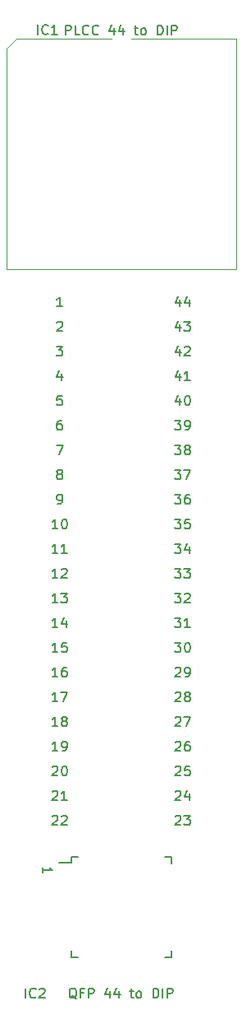
<source format=gbr>
%TF.GenerationSoftware,KiCad,Pcbnew,(6.0.4)*%
%TF.CreationDate,2022-05-05T12:14:13+01:00*%
%TF.ProjectId,LCC-QFP-44-to-DIL,4c43432d-5146-4502-9d34-342d746f2d44,rev?*%
%TF.SameCoordinates,Original*%
%TF.FileFunction,Legend,Top*%
%TF.FilePolarity,Positive*%
%FSLAX46Y46*%
G04 Gerber Fmt 4.6, Leading zero omitted, Abs format (unit mm)*
G04 Created by KiCad (PCBNEW (6.0.4)) date 2022-05-05 12:14:13*
%MOMM*%
%LPD*%
G01*
G04 APERTURE LIST*
%ADD10C,0.150000*%
%ADD11C,0.120000*%
G04 APERTURE END LIST*
D10*
X134429523Y-116022380D02*
X133858095Y-116022380D01*
X134143809Y-116022380D02*
X134143809Y-115022380D01*
X134048571Y-115165238D01*
X133953333Y-115260476D01*
X133858095Y-115308095D01*
X135048571Y-115022380D02*
X135143809Y-115022380D01*
X135239047Y-115070000D01*
X135286666Y-115117619D01*
X135334285Y-115212857D01*
X135381904Y-115403333D01*
X135381904Y-115641428D01*
X135334285Y-115831904D01*
X135286666Y-115927142D01*
X135239047Y-115974761D01*
X135143809Y-116022380D01*
X135048571Y-116022380D01*
X134953333Y-115974761D01*
X134905714Y-115927142D01*
X134858095Y-115831904D01*
X134810476Y-115641428D01*
X134810476Y-115403333D01*
X134858095Y-115212857D01*
X134905714Y-115117619D01*
X134953333Y-115070000D01*
X135048571Y-115022380D01*
X146558095Y-135437619D02*
X146605714Y-135390000D01*
X146700952Y-135342380D01*
X146939047Y-135342380D01*
X147034285Y-135390000D01*
X147081904Y-135437619D01*
X147129523Y-135532857D01*
X147129523Y-135628095D01*
X147081904Y-135770952D01*
X146510476Y-136342380D01*
X147129523Y-136342380D01*
X147462857Y-135342380D02*
X148129523Y-135342380D01*
X147700952Y-136342380D01*
X146558095Y-132897619D02*
X146605714Y-132850000D01*
X146700952Y-132802380D01*
X146939047Y-132802380D01*
X147034285Y-132850000D01*
X147081904Y-132897619D01*
X147129523Y-132992857D01*
X147129523Y-133088095D01*
X147081904Y-133230952D01*
X146510476Y-133802380D01*
X147129523Y-133802380D01*
X147700952Y-133230952D02*
X147605714Y-133183333D01*
X147558095Y-133135714D01*
X147510476Y-133040476D01*
X147510476Y-132992857D01*
X147558095Y-132897619D01*
X147605714Y-132850000D01*
X147700952Y-132802380D01*
X147891428Y-132802380D01*
X147986666Y-132850000D01*
X148034285Y-132897619D01*
X148081904Y-132992857D01*
X148081904Y-133040476D01*
X148034285Y-133135714D01*
X147986666Y-133183333D01*
X147891428Y-133230952D01*
X147700952Y-133230952D01*
X147605714Y-133278571D01*
X147558095Y-133326190D01*
X147510476Y-133421428D01*
X147510476Y-133611904D01*
X147558095Y-133707142D01*
X147605714Y-133754761D01*
X147700952Y-133802380D01*
X147891428Y-133802380D01*
X147986666Y-133754761D01*
X148034285Y-133707142D01*
X148081904Y-133611904D01*
X148081904Y-133421428D01*
X148034285Y-133326190D01*
X147986666Y-133278571D01*
X147891428Y-133230952D01*
X146558095Y-145597619D02*
X146605714Y-145550000D01*
X146700952Y-145502380D01*
X146939047Y-145502380D01*
X147034285Y-145550000D01*
X147081904Y-145597619D01*
X147129523Y-145692857D01*
X147129523Y-145788095D01*
X147081904Y-145930952D01*
X146510476Y-146502380D01*
X147129523Y-146502380D01*
X147462857Y-145502380D02*
X148081904Y-145502380D01*
X147748571Y-145883333D01*
X147891428Y-145883333D01*
X147986666Y-145930952D01*
X148034285Y-145978571D01*
X148081904Y-146073809D01*
X148081904Y-146311904D01*
X148034285Y-146407142D01*
X147986666Y-146454761D01*
X147891428Y-146502380D01*
X147605714Y-146502380D01*
X147510476Y-146454761D01*
X147462857Y-146407142D01*
X133858095Y-140517619D02*
X133905714Y-140470000D01*
X134000952Y-140422380D01*
X134239047Y-140422380D01*
X134334285Y-140470000D01*
X134381904Y-140517619D01*
X134429523Y-140612857D01*
X134429523Y-140708095D01*
X134381904Y-140850952D01*
X133810476Y-141422380D01*
X134429523Y-141422380D01*
X135048571Y-140422380D02*
X135143809Y-140422380D01*
X135239047Y-140470000D01*
X135286666Y-140517619D01*
X135334285Y-140612857D01*
X135381904Y-140803333D01*
X135381904Y-141041428D01*
X135334285Y-141231904D01*
X135286666Y-141327142D01*
X135239047Y-141374761D01*
X135143809Y-141422380D01*
X135048571Y-141422380D01*
X134953333Y-141374761D01*
X134905714Y-141327142D01*
X134858095Y-141231904D01*
X134810476Y-141041428D01*
X134810476Y-140803333D01*
X134858095Y-140612857D01*
X134905714Y-140517619D01*
X134953333Y-140470000D01*
X135048571Y-140422380D01*
X146510476Y-104862380D02*
X147129523Y-104862380D01*
X146796190Y-105243333D01*
X146939047Y-105243333D01*
X147034285Y-105290952D01*
X147081904Y-105338571D01*
X147129523Y-105433809D01*
X147129523Y-105671904D01*
X147081904Y-105767142D01*
X147034285Y-105814761D01*
X146939047Y-105862380D01*
X146653333Y-105862380D01*
X146558095Y-105814761D01*
X146510476Y-105767142D01*
X147605714Y-105862380D02*
X147796190Y-105862380D01*
X147891428Y-105814761D01*
X147939047Y-105767142D01*
X148034285Y-105624285D01*
X148081904Y-105433809D01*
X148081904Y-105052857D01*
X148034285Y-104957619D01*
X147986666Y-104910000D01*
X147891428Y-104862380D01*
X147700952Y-104862380D01*
X147605714Y-104910000D01*
X147558095Y-104957619D01*
X147510476Y-105052857D01*
X147510476Y-105290952D01*
X147558095Y-105386190D01*
X147605714Y-105433809D01*
X147700952Y-105481428D01*
X147891428Y-105481428D01*
X147986666Y-105433809D01*
X148034285Y-105386190D01*
X148081904Y-105290952D01*
X147034285Y-100115714D02*
X147034285Y-100782380D01*
X146796190Y-99734761D02*
X146558095Y-100449047D01*
X147177142Y-100449047D01*
X148081904Y-100782380D02*
X147510476Y-100782380D01*
X147796190Y-100782380D02*
X147796190Y-99782380D01*
X147700952Y-99925238D01*
X147605714Y-100020476D01*
X147510476Y-100068095D01*
X147034285Y-92495714D02*
X147034285Y-93162380D01*
X146796190Y-92114761D02*
X146558095Y-92829047D01*
X147177142Y-92829047D01*
X147986666Y-92495714D02*
X147986666Y-93162380D01*
X147748571Y-92114761D02*
X147510476Y-92829047D01*
X148129523Y-92829047D01*
X147034285Y-95035714D02*
X147034285Y-95702380D01*
X146796190Y-94654761D02*
X146558095Y-95369047D01*
X147177142Y-95369047D01*
X147462857Y-94702380D02*
X148081904Y-94702380D01*
X147748571Y-95083333D01*
X147891428Y-95083333D01*
X147986666Y-95130952D01*
X148034285Y-95178571D01*
X148081904Y-95273809D01*
X148081904Y-95511904D01*
X148034285Y-95607142D01*
X147986666Y-95654761D01*
X147891428Y-95702380D01*
X147605714Y-95702380D01*
X147510476Y-95654761D01*
X147462857Y-95607142D01*
X146558095Y-130357619D02*
X146605714Y-130310000D01*
X146700952Y-130262380D01*
X146939047Y-130262380D01*
X147034285Y-130310000D01*
X147081904Y-130357619D01*
X147129523Y-130452857D01*
X147129523Y-130548095D01*
X147081904Y-130690952D01*
X146510476Y-131262380D01*
X147129523Y-131262380D01*
X147605714Y-131262380D02*
X147796190Y-131262380D01*
X147891428Y-131214761D01*
X147939047Y-131167142D01*
X148034285Y-131024285D01*
X148081904Y-130833809D01*
X148081904Y-130452857D01*
X148034285Y-130357619D01*
X147986666Y-130310000D01*
X147891428Y-130262380D01*
X147700952Y-130262380D01*
X147605714Y-130310000D01*
X147558095Y-130357619D01*
X147510476Y-130452857D01*
X147510476Y-130690952D01*
X147558095Y-130786190D01*
X147605714Y-130833809D01*
X147700952Y-130881428D01*
X147891428Y-130881428D01*
X147986666Y-130833809D01*
X148034285Y-130786190D01*
X148081904Y-130690952D01*
X146510476Y-127722380D02*
X147129523Y-127722380D01*
X146796190Y-128103333D01*
X146939047Y-128103333D01*
X147034285Y-128150952D01*
X147081904Y-128198571D01*
X147129523Y-128293809D01*
X147129523Y-128531904D01*
X147081904Y-128627142D01*
X147034285Y-128674761D01*
X146939047Y-128722380D01*
X146653333Y-128722380D01*
X146558095Y-128674761D01*
X146510476Y-128627142D01*
X147748571Y-127722380D02*
X147843809Y-127722380D01*
X147939047Y-127770000D01*
X147986666Y-127817619D01*
X148034285Y-127912857D01*
X148081904Y-128103333D01*
X148081904Y-128341428D01*
X148034285Y-128531904D01*
X147986666Y-128627142D01*
X147939047Y-128674761D01*
X147843809Y-128722380D01*
X147748571Y-128722380D01*
X147653333Y-128674761D01*
X147605714Y-128627142D01*
X147558095Y-128531904D01*
X147510476Y-128341428D01*
X147510476Y-128103333D01*
X147558095Y-127912857D01*
X147605714Y-127817619D01*
X147653333Y-127770000D01*
X147748571Y-127722380D01*
X134334285Y-94797619D02*
X134381904Y-94750000D01*
X134477142Y-94702380D01*
X134715238Y-94702380D01*
X134810476Y-94750000D01*
X134858095Y-94797619D01*
X134905714Y-94892857D01*
X134905714Y-94988095D01*
X134858095Y-95130952D01*
X134286666Y-95702380D01*
X134905714Y-95702380D01*
X146510476Y-125182380D02*
X147129523Y-125182380D01*
X146796190Y-125563333D01*
X146939047Y-125563333D01*
X147034285Y-125610952D01*
X147081904Y-125658571D01*
X147129523Y-125753809D01*
X147129523Y-125991904D01*
X147081904Y-126087142D01*
X147034285Y-126134761D01*
X146939047Y-126182380D01*
X146653333Y-126182380D01*
X146558095Y-126134761D01*
X146510476Y-126087142D01*
X148081904Y-126182380D02*
X147510476Y-126182380D01*
X147796190Y-126182380D02*
X147796190Y-125182380D01*
X147700952Y-125325238D01*
X147605714Y-125420476D01*
X147510476Y-125468095D01*
X134905714Y-93162380D02*
X134334285Y-93162380D01*
X134620000Y-93162380D02*
X134620000Y-92162380D01*
X134524761Y-92305238D01*
X134429523Y-92400476D01*
X134334285Y-92448095D01*
X134286666Y-107402380D02*
X134953333Y-107402380D01*
X134524761Y-108402380D01*
X134429523Y-121102380D02*
X133858095Y-121102380D01*
X134143809Y-121102380D02*
X134143809Y-120102380D01*
X134048571Y-120245238D01*
X133953333Y-120340476D01*
X133858095Y-120388095D01*
X134810476Y-120197619D02*
X134858095Y-120150000D01*
X134953333Y-120102380D01*
X135191428Y-120102380D01*
X135286666Y-120150000D01*
X135334285Y-120197619D01*
X135381904Y-120292857D01*
X135381904Y-120388095D01*
X135334285Y-120530952D01*
X134762857Y-121102380D01*
X135381904Y-121102380D01*
X134429523Y-128722380D02*
X133858095Y-128722380D01*
X134143809Y-128722380D02*
X134143809Y-127722380D01*
X134048571Y-127865238D01*
X133953333Y-127960476D01*
X133858095Y-128008095D01*
X135334285Y-127722380D02*
X134858095Y-127722380D01*
X134810476Y-128198571D01*
X134858095Y-128150952D01*
X134953333Y-128103333D01*
X135191428Y-128103333D01*
X135286666Y-128150952D01*
X135334285Y-128198571D01*
X135381904Y-128293809D01*
X135381904Y-128531904D01*
X135334285Y-128627142D01*
X135286666Y-128674761D01*
X135191428Y-128722380D01*
X134953333Y-128722380D01*
X134858095Y-128674761D01*
X134810476Y-128627142D01*
X134429523Y-133802380D02*
X133858095Y-133802380D01*
X134143809Y-133802380D02*
X134143809Y-132802380D01*
X134048571Y-132945238D01*
X133953333Y-133040476D01*
X133858095Y-133088095D01*
X134762857Y-132802380D02*
X135429523Y-132802380D01*
X135000952Y-133802380D01*
X134858095Y-102322380D02*
X134381904Y-102322380D01*
X134334285Y-102798571D01*
X134381904Y-102750952D01*
X134477142Y-102703333D01*
X134715238Y-102703333D01*
X134810476Y-102750952D01*
X134858095Y-102798571D01*
X134905714Y-102893809D01*
X134905714Y-103131904D01*
X134858095Y-103227142D01*
X134810476Y-103274761D01*
X134715238Y-103322380D01*
X134477142Y-103322380D01*
X134381904Y-103274761D01*
X134334285Y-103227142D01*
X147034285Y-102655714D02*
X147034285Y-103322380D01*
X146796190Y-102274761D02*
X146558095Y-102989047D01*
X147177142Y-102989047D01*
X147748571Y-102322380D02*
X147843809Y-102322380D01*
X147939047Y-102370000D01*
X147986666Y-102417619D01*
X148034285Y-102512857D01*
X148081904Y-102703333D01*
X148081904Y-102941428D01*
X148034285Y-103131904D01*
X147986666Y-103227142D01*
X147939047Y-103274761D01*
X147843809Y-103322380D01*
X147748571Y-103322380D01*
X147653333Y-103274761D01*
X147605714Y-103227142D01*
X147558095Y-103131904D01*
X147510476Y-102941428D01*
X147510476Y-102703333D01*
X147558095Y-102512857D01*
X147605714Y-102417619D01*
X147653333Y-102370000D01*
X147748571Y-102322380D01*
X134429523Y-123642380D02*
X133858095Y-123642380D01*
X134143809Y-123642380D02*
X134143809Y-122642380D01*
X134048571Y-122785238D01*
X133953333Y-122880476D01*
X133858095Y-122928095D01*
X134762857Y-122642380D02*
X135381904Y-122642380D01*
X135048571Y-123023333D01*
X135191428Y-123023333D01*
X135286666Y-123070952D01*
X135334285Y-123118571D01*
X135381904Y-123213809D01*
X135381904Y-123451904D01*
X135334285Y-123547142D01*
X135286666Y-123594761D01*
X135191428Y-123642380D01*
X134905714Y-123642380D01*
X134810476Y-123594761D01*
X134762857Y-123547142D01*
X146510476Y-115022380D02*
X147129523Y-115022380D01*
X146796190Y-115403333D01*
X146939047Y-115403333D01*
X147034285Y-115450952D01*
X147081904Y-115498571D01*
X147129523Y-115593809D01*
X147129523Y-115831904D01*
X147081904Y-115927142D01*
X147034285Y-115974761D01*
X146939047Y-116022380D01*
X146653333Y-116022380D01*
X146558095Y-115974761D01*
X146510476Y-115927142D01*
X148034285Y-115022380D02*
X147558095Y-115022380D01*
X147510476Y-115498571D01*
X147558095Y-115450952D01*
X147653333Y-115403333D01*
X147891428Y-115403333D01*
X147986666Y-115450952D01*
X148034285Y-115498571D01*
X148081904Y-115593809D01*
X148081904Y-115831904D01*
X148034285Y-115927142D01*
X147986666Y-115974761D01*
X147891428Y-116022380D01*
X147653333Y-116022380D01*
X147558095Y-115974761D01*
X147510476Y-115927142D01*
X147034285Y-97575714D02*
X147034285Y-98242380D01*
X146796190Y-97194761D02*
X146558095Y-97909047D01*
X147177142Y-97909047D01*
X147510476Y-97337619D02*
X147558095Y-97290000D01*
X147653333Y-97242380D01*
X147891428Y-97242380D01*
X147986666Y-97290000D01*
X148034285Y-97337619D01*
X148081904Y-97432857D01*
X148081904Y-97528095D01*
X148034285Y-97670952D01*
X147462857Y-98242380D01*
X148081904Y-98242380D01*
X146510476Y-122642380D02*
X147129523Y-122642380D01*
X146796190Y-123023333D01*
X146939047Y-123023333D01*
X147034285Y-123070952D01*
X147081904Y-123118571D01*
X147129523Y-123213809D01*
X147129523Y-123451904D01*
X147081904Y-123547142D01*
X147034285Y-123594761D01*
X146939047Y-123642380D01*
X146653333Y-123642380D01*
X146558095Y-123594761D01*
X146510476Y-123547142D01*
X147510476Y-122737619D02*
X147558095Y-122690000D01*
X147653333Y-122642380D01*
X147891428Y-122642380D01*
X147986666Y-122690000D01*
X148034285Y-122737619D01*
X148081904Y-122832857D01*
X148081904Y-122928095D01*
X148034285Y-123070952D01*
X147462857Y-123642380D01*
X148081904Y-123642380D01*
X146510476Y-120102380D02*
X147129523Y-120102380D01*
X146796190Y-120483333D01*
X146939047Y-120483333D01*
X147034285Y-120530952D01*
X147081904Y-120578571D01*
X147129523Y-120673809D01*
X147129523Y-120911904D01*
X147081904Y-121007142D01*
X147034285Y-121054761D01*
X146939047Y-121102380D01*
X146653333Y-121102380D01*
X146558095Y-121054761D01*
X146510476Y-121007142D01*
X147462857Y-120102380D02*
X148081904Y-120102380D01*
X147748571Y-120483333D01*
X147891428Y-120483333D01*
X147986666Y-120530952D01*
X148034285Y-120578571D01*
X148081904Y-120673809D01*
X148081904Y-120911904D01*
X148034285Y-121007142D01*
X147986666Y-121054761D01*
X147891428Y-121102380D01*
X147605714Y-121102380D01*
X147510476Y-121054761D01*
X147462857Y-121007142D01*
X133858095Y-145597619D02*
X133905714Y-145550000D01*
X134000952Y-145502380D01*
X134239047Y-145502380D01*
X134334285Y-145550000D01*
X134381904Y-145597619D01*
X134429523Y-145692857D01*
X134429523Y-145788095D01*
X134381904Y-145930952D01*
X133810476Y-146502380D01*
X134429523Y-146502380D01*
X134810476Y-145597619D02*
X134858095Y-145550000D01*
X134953333Y-145502380D01*
X135191428Y-145502380D01*
X135286666Y-145550000D01*
X135334285Y-145597619D01*
X135381904Y-145692857D01*
X135381904Y-145788095D01*
X135334285Y-145930952D01*
X134762857Y-146502380D01*
X135381904Y-146502380D01*
X146510476Y-117562380D02*
X147129523Y-117562380D01*
X146796190Y-117943333D01*
X146939047Y-117943333D01*
X147034285Y-117990952D01*
X147081904Y-118038571D01*
X147129523Y-118133809D01*
X147129523Y-118371904D01*
X147081904Y-118467142D01*
X147034285Y-118514761D01*
X146939047Y-118562380D01*
X146653333Y-118562380D01*
X146558095Y-118514761D01*
X146510476Y-118467142D01*
X147986666Y-117895714D02*
X147986666Y-118562380D01*
X147748571Y-117514761D02*
X147510476Y-118229047D01*
X148129523Y-118229047D01*
X134429523Y-113482380D02*
X134620000Y-113482380D01*
X134715238Y-113434761D01*
X134762857Y-113387142D01*
X134858095Y-113244285D01*
X134905714Y-113053809D01*
X134905714Y-112672857D01*
X134858095Y-112577619D01*
X134810476Y-112530000D01*
X134715238Y-112482380D01*
X134524761Y-112482380D01*
X134429523Y-112530000D01*
X134381904Y-112577619D01*
X134334285Y-112672857D01*
X134334285Y-112910952D01*
X134381904Y-113006190D01*
X134429523Y-113053809D01*
X134524761Y-113101428D01*
X134715238Y-113101428D01*
X134810476Y-113053809D01*
X134858095Y-113006190D01*
X134905714Y-112910952D01*
X134810476Y-100115714D02*
X134810476Y-100782380D01*
X134572380Y-99734761D02*
X134334285Y-100449047D01*
X134953333Y-100449047D01*
X146510476Y-109942380D02*
X147129523Y-109942380D01*
X146796190Y-110323333D01*
X146939047Y-110323333D01*
X147034285Y-110370952D01*
X147081904Y-110418571D01*
X147129523Y-110513809D01*
X147129523Y-110751904D01*
X147081904Y-110847142D01*
X147034285Y-110894761D01*
X146939047Y-110942380D01*
X146653333Y-110942380D01*
X146558095Y-110894761D01*
X146510476Y-110847142D01*
X147462857Y-109942380D02*
X148129523Y-109942380D01*
X147700952Y-110942380D01*
X146558095Y-137977619D02*
X146605714Y-137930000D01*
X146700952Y-137882380D01*
X146939047Y-137882380D01*
X147034285Y-137930000D01*
X147081904Y-137977619D01*
X147129523Y-138072857D01*
X147129523Y-138168095D01*
X147081904Y-138310952D01*
X146510476Y-138882380D01*
X147129523Y-138882380D01*
X147986666Y-137882380D02*
X147796190Y-137882380D01*
X147700952Y-137930000D01*
X147653333Y-137977619D01*
X147558095Y-138120476D01*
X147510476Y-138310952D01*
X147510476Y-138691904D01*
X147558095Y-138787142D01*
X147605714Y-138834761D01*
X147700952Y-138882380D01*
X147891428Y-138882380D01*
X147986666Y-138834761D01*
X148034285Y-138787142D01*
X148081904Y-138691904D01*
X148081904Y-138453809D01*
X148034285Y-138358571D01*
X147986666Y-138310952D01*
X147891428Y-138263333D01*
X147700952Y-138263333D01*
X147605714Y-138310952D01*
X147558095Y-138358571D01*
X147510476Y-138453809D01*
X134429523Y-131262380D02*
X133858095Y-131262380D01*
X134143809Y-131262380D02*
X134143809Y-130262380D01*
X134048571Y-130405238D01*
X133953333Y-130500476D01*
X133858095Y-130548095D01*
X135286666Y-130262380D02*
X135096190Y-130262380D01*
X135000952Y-130310000D01*
X134953333Y-130357619D01*
X134858095Y-130500476D01*
X134810476Y-130690952D01*
X134810476Y-131071904D01*
X134858095Y-131167142D01*
X134905714Y-131214761D01*
X135000952Y-131262380D01*
X135191428Y-131262380D01*
X135286666Y-131214761D01*
X135334285Y-131167142D01*
X135381904Y-131071904D01*
X135381904Y-130833809D01*
X135334285Y-130738571D01*
X135286666Y-130690952D01*
X135191428Y-130643333D01*
X135000952Y-130643333D01*
X134905714Y-130690952D01*
X134858095Y-130738571D01*
X134810476Y-130833809D01*
X146558095Y-140517619D02*
X146605714Y-140470000D01*
X146700952Y-140422380D01*
X146939047Y-140422380D01*
X147034285Y-140470000D01*
X147081904Y-140517619D01*
X147129523Y-140612857D01*
X147129523Y-140708095D01*
X147081904Y-140850952D01*
X146510476Y-141422380D01*
X147129523Y-141422380D01*
X148034285Y-140422380D02*
X147558095Y-140422380D01*
X147510476Y-140898571D01*
X147558095Y-140850952D01*
X147653333Y-140803333D01*
X147891428Y-140803333D01*
X147986666Y-140850952D01*
X148034285Y-140898571D01*
X148081904Y-140993809D01*
X148081904Y-141231904D01*
X148034285Y-141327142D01*
X147986666Y-141374761D01*
X147891428Y-141422380D01*
X147653333Y-141422380D01*
X147558095Y-141374761D01*
X147510476Y-141327142D01*
X134286666Y-97242380D02*
X134905714Y-97242380D01*
X134572380Y-97623333D01*
X134715238Y-97623333D01*
X134810476Y-97670952D01*
X134858095Y-97718571D01*
X134905714Y-97813809D01*
X134905714Y-98051904D01*
X134858095Y-98147142D01*
X134810476Y-98194761D01*
X134715238Y-98242380D01*
X134429523Y-98242380D01*
X134334285Y-98194761D01*
X134286666Y-98147142D01*
X134429523Y-118562380D02*
X133858095Y-118562380D01*
X134143809Y-118562380D02*
X134143809Y-117562380D01*
X134048571Y-117705238D01*
X133953333Y-117800476D01*
X133858095Y-117848095D01*
X135381904Y-118562380D02*
X134810476Y-118562380D01*
X135096190Y-118562380D02*
X135096190Y-117562380D01*
X135000952Y-117705238D01*
X134905714Y-117800476D01*
X134810476Y-117848095D01*
X146558095Y-143057619D02*
X146605714Y-143010000D01*
X146700952Y-142962380D01*
X146939047Y-142962380D01*
X147034285Y-143010000D01*
X147081904Y-143057619D01*
X147129523Y-143152857D01*
X147129523Y-143248095D01*
X147081904Y-143390952D01*
X146510476Y-143962380D01*
X147129523Y-143962380D01*
X147986666Y-143295714D02*
X147986666Y-143962380D01*
X147748571Y-142914761D02*
X147510476Y-143629047D01*
X148129523Y-143629047D01*
X134524761Y-110370952D02*
X134429523Y-110323333D01*
X134381904Y-110275714D01*
X134334285Y-110180476D01*
X134334285Y-110132857D01*
X134381904Y-110037619D01*
X134429523Y-109990000D01*
X134524761Y-109942380D01*
X134715238Y-109942380D01*
X134810476Y-109990000D01*
X134858095Y-110037619D01*
X134905714Y-110132857D01*
X134905714Y-110180476D01*
X134858095Y-110275714D01*
X134810476Y-110323333D01*
X134715238Y-110370952D01*
X134524761Y-110370952D01*
X134429523Y-110418571D01*
X134381904Y-110466190D01*
X134334285Y-110561428D01*
X134334285Y-110751904D01*
X134381904Y-110847142D01*
X134429523Y-110894761D01*
X134524761Y-110942380D01*
X134715238Y-110942380D01*
X134810476Y-110894761D01*
X134858095Y-110847142D01*
X134905714Y-110751904D01*
X134905714Y-110561428D01*
X134858095Y-110466190D01*
X134810476Y-110418571D01*
X134715238Y-110370952D01*
X133858095Y-143057619D02*
X133905714Y-143010000D01*
X134000952Y-142962380D01*
X134239047Y-142962380D01*
X134334285Y-143010000D01*
X134381904Y-143057619D01*
X134429523Y-143152857D01*
X134429523Y-143248095D01*
X134381904Y-143390952D01*
X133810476Y-143962380D01*
X134429523Y-143962380D01*
X135381904Y-143962380D02*
X134810476Y-143962380D01*
X135096190Y-143962380D02*
X135096190Y-142962380D01*
X135000952Y-143105238D01*
X134905714Y-143200476D01*
X134810476Y-143248095D01*
X134429523Y-136342380D02*
X133858095Y-136342380D01*
X134143809Y-136342380D02*
X134143809Y-135342380D01*
X134048571Y-135485238D01*
X133953333Y-135580476D01*
X133858095Y-135628095D01*
X135000952Y-135770952D02*
X134905714Y-135723333D01*
X134858095Y-135675714D01*
X134810476Y-135580476D01*
X134810476Y-135532857D01*
X134858095Y-135437619D01*
X134905714Y-135390000D01*
X135000952Y-135342380D01*
X135191428Y-135342380D01*
X135286666Y-135390000D01*
X135334285Y-135437619D01*
X135381904Y-135532857D01*
X135381904Y-135580476D01*
X135334285Y-135675714D01*
X135286666Y-135723333D01*
X135191428Y-135770952D01*
X135000952Y-135770952D01*
X134905714Y-135818571D01*
X134858095Y-135866190D01*
X134810476Y-135961428D01*
X134810476Y-136151904D01*
X134858095Y-136247142D01*
X134905714Y-136294761D01*
X135000952Y-136342380D01*
X135191428Y-136342380D01*
X135286666Y-136294761D01*
X135334285Y-136247142D01*
X135381904Y-136151904D01*
X135381904Y-135961428D01*
X135334285Y-135866190D01*
X135286666Y-135818571D01*
X135191428Y-135770952D01*
X134429523Y-138882380D02*
X133858095Y-138882380D01*
X134143809Y-138882380D02*
X134143809Y-137882380D01*
X134048571Y-138025238D01*
X133953333Y-138120476D01*
X133858095Y-138168095D01*
X134905714Y-138882380D02*
X135096190Y-138882380D01*
X135191428Y-138834761D01*
X135239047Y-138787142D01*
X135334285Y-138644285D01*
X135381904Y-138453809D01*
X135381904Y-138072857D01*
X135334285Y-137977619D01*
X135286666Y-137930000D01*
X135191428Y-137882380D01*
X135000952Y-137882380D01*
X134905714Y-137930000D01*
X134858095Y-137977619D01*
X134810476Y-138072857D01*
X134810476Y-138310952D01*
X134858095Y-138406190D01*
X134905714Y-138453809D01*
X135000952Y-138501428D01*
X135191428Y-138501428D01*
X135286666Y-138453809D01*
X135334285Y-138406190D01*
X135381904Y-138310952D01*
X134429523Y-126182380D02*
X133858095Y-126182380D01*
X134143809Y-126182380D02*
X134143809Y-125182380D01*
X134048571Y-125325238D01*
X133953333Y-125420476D01*
X133858095Y-125468095D01*
X135286666Y-125515714D02*
X135286666Y-126182380D01*
X135048571Y-125134761D02*
X134810476Y-125849047D01*
X135429523Y-125849047D01*
X132897619Y-151415714D02*
X132897619Y-150844285D01*
X132897619Y-151130000D02*
X133897619Y-151130000D01*
X133754761Y-151034761D01*
X133659523Y-150939523D01*
X133611904Y-150844285D01*
X146510476Y-112482380D02*
X147129523Y-112482380D01*
X146796190Y-112863333D01*
X146939047Y-112863333D01*
X147034285Y-112910952D01*
X147081904Y-112958571D01*
X147129523Y-113053809D01*
X147129523Y-113291904D01*
X147081904Y-113387142D01*
X147034285Y-113434761D01*
X146939047Y-113482380D01*
X146653333Y-113482380D01*
X146558095Y-113434761D01*
X146510476Y-113387142D01*
X147986666Y-112482380D02*
X147796190Y-112482380D01*
X147700952Y-112530000D01*
X147653333Y-112577619D01*
X147558095Y-112720476D01*
X147510476Y-112910952D01*
X147510476Y-113291904D01*
X147558095Y-113387142D01*
X147605714Y-113434761D01*
X147700952Y-113482380D01*
X147891428Y-113482380D01*
X147986666Y-113434761D01*
X148034285Y-113387142D01*
X148081904Y-113291904D01*
X148081904Y-113053809D01*
X148034285Y-112958571D01*
X147986666Y-112910952D01*
X147891428Y-112863333D01*
X147700952Y-112863333D01*
X147605714Y-112910952D01*
X147558095Y-112958571D01*
X147510476Y-113053809D01*
X134810476Y-104862380D02*
X134620000Y-104862380D01*
X134524761Y-104910000D01*
X134477142Y-104957619D01*
X134381904Y-105100476D01*
X134334285Y-105290952D01*
X134334285Y-105671904D01*
X134381904Y-105767142D01*
X134429523Y-105814761D01*
X134524761Y-105862380D01*
X134715238Y-105862380D01*
X134810476Y-105814761D01*
X134858095Y-105767142D01*
X134905714Y-105671904D01*
X134905714Y-105433809D01*
X134858095Y-105338571D01*
X134810476Y-105290952D01*
X134715238Y-105243333D01*
X134524761Y-105243333D01*
X134429523Y-105290952D01*
X134381904Y-105338571D01*
X134334285Y-105433809D01*
X146510476Y-107402380D02*
X147129523Y-107402380D01*
X146796190Y-107783333D01*
X146939047Y-107783333D01*
X147034285Y-107830952D01*
X147081904Y-107878571D01*
X147129523Y-107973809D01*
X147129523Y-108211904D01*
X147081904Y-108307142D01*
X147034285Y-108354761D01*
X146939047Y-108402380D01*
X146653333Y-108402380D01*
X146558095Y-108354761D01*
X146510476Y-108307142D01*
X147700952Y-107830952D02*
X147605714Y-107783333D01*
X147558095Y-107735714D01*
X147510476Y-107640476D01*
X147510476Y-107592857D01*
X147558095Y-107497619D01*
X147605714Y-107450000D01*
X147700952Y-107402380D01*
X147891428Y-107402380D01*
X147986666Y-107450000D01*
X148034285Y-107497619D01*
X148081904Y-107592857D01*
X148081904Y-107640476D01*
X148034285Y-107735714D01*
X147986666Y-107783333D01*
X147891428Y-107830952D01*
X147700952Y-107830952D01*
X147605714Y-107878571D01*
X147558095Y-107926190D01*
X147510476Y-108021428D01*
X147510476Y-108211904D01*
X147558095Y-108307142D01*
X147605714Y-108354761D01*
X147700952Y-108402380D01*
X147891428Y-108402380D01*
X147986666Y-108354761D01*
X148034285Y-108307142D01*
X148081904Y-108211904D01*
X148081904Y-108021428D01*
X148034285Y-107926190D01*
X147986666Y-107878571D01*
X147891428Y-107830952D01*
%TO.C,IC2*%
X131103809Y-164282380D02*
X131103809Y-163282380D01*
X132151428Y-164187142D02*
X132103809Y-164234761D01*
X131960952Y-164282380D01*
X131865714Y-164282380D01*
X131722857Y-164234761D01*
X131627619Y-164139523D01*
X131580000Y-164044285D01*
X131532380Y-163853809D01*
X131532380Y-163710952D01*
X131580000Y-163520476D01*
X131627619Y-163425238D01*
X131722857Y-163330000D01*
X131865714Y-163282380D01*
X131960952Y-163282380D01*
X132103809Y-163330000D01*
X132151428Y-163377619D01*
X132532380Y-163377619D02*
X132580000Y-163330000D01*
X132675238Y-163282380D01*
X132913333Y-163282380D01*
X133008571Y-163330000D01*
X133056190Y-163377619D01*
X133103809Y-163472857D01*
X133103809Y-163568095D01*
X133056190Y-163710952D01*
X132484761Y-164282380D01*
X133103809Y-164282380D01*
X136350952Y-164377619D02*
X136255714Y-164330000D01*
X136160476Y-164234761D01*
X136017619Y-164091904D01*
X135922380Y-164044285D01*
X135827142Y-164044285D01*
X135874761Y-164282380D02*
X135779523Y-164234761D01*
X135684285Y-164139523D01*
X135636666Y-163949047D01*
X135636666Y-163615714D01*
X135684285Y-163425238D01*
X135779523Y-163330000D01*
X135874761Y-163282380D01*
X136065238Y-163282380D01*
X136160476Y-163330000D01*
X136255714Y-163425238D01*
X136303333Y-163615714D01*
X136303333Y-163949047D01*
X136255714Y-164139523D01*
X136160476Y-164234761D01*
X136065238Y-164282380D01*
X135874761Y-164282380D01*
X137065238Y-163758571D02*
X136731904Y-163758571D01*
X136731904Y-164282380D02*
X136731904Y-163282380D01*
X137208095Y-163282380D01*
X137589047Y-164282380D02*
X137589047Y-163282380D01*
X137970000Y-163282380D01*
X138065238Y-163330000D01*
X138112857Y-163377619D01*
X138160476Y-163472857D01*
X138160476Y-163615714D01*
X138112857Y-163710952D01*
X138065238Y-163758571D01*
X137970000Y-163806190D01*
X137589047Y-163806190D01*
X139779523Y-163615714D02*
X139779523Y-164282380D01*
X139541428Y-163234761D02*
X139303333Y-163949047D01*
X139922380Y-163949047D01*
X140731904Y-163615714D02*
X140731904Y-164282380D01*
X140493809Y-163234761D02*
X140255714Y-163949047D01*
X140874761Y-163949047D01*
X141874761Y-163615714D02*
X142255714Y-163615714D01*
X142017619Y-163282380D02*
X142017619Y-164139523D01*
X142065238Y-164234761D01*
X142160476Y-164282380D01*
X142255714Y-164282380D01*
X142731904Y-164282380D02*
X142636666Y-164234761D01*
X142589047Y-164187142D01*
X142541428Y-164091904D01*
X142541428Y-163806190D01*
X142589047Y-163710952D01*
X142636666Y-163663333D01*
X142731904Y-163615714D01*
X142874761Y-163615714D01*
X142970000Y-163663333D01*
X143017619Y-163710952D01*
X143065238Y-163806190D01*
X143065238Y-164091904D01*
X143017619Y-164187142D01*
X142970000Y-164234761D01*
X142874761Y-164282380D01*
X142731904Y-164282380D01*
X144255714Y-164282380D02*
X144255714Y-163282380D01*
X144493809Y-163282380D01*
X144636666Y-163330000D01*
X144731904Y-163425238D01*
X144779523Y-163520476D01*
X144827142Y-163710952D01*
X144827142Y-163853809D01*
X144779523Y-164044285D01*
X144731904Y-164139523D01*
X144636666Y-164234761D01*
X144493809Y-164282380D01*
X144255714Y-164282380D01*
X145255714Y-164282380D02*
X145255714Y-163282380D01*
X145731904Y-164282380D02*
X145731904Y-163282380D01*
X146112857Y-163282380D01*
X146208095Y-163330000D01*
X146255714Y-163377619D01*
X146303333Y-163472857D01*
X146303333Y-163615714D01*
X146255714Y-163710952D01*
X146208095Y-163758571D01*
X146112857Y-163806190D01*
X145731904Y-163806190D01*
%TO.C,IC1*%
X132373809Y-65172380D02*
X132373809Y-64172380D01*
X133421428Y-65077142D02*
X133373809Y-65124761D01*
X133230952Y-65172380D01*
X133135714Y-65172380D01*
X132992857Y-65124761D01*
X132897619Y-65029523D01*
X132850000Y-64934285D01*
X132802380Y-64743809D01*
X132802380Y-64600952D01*
X132850000Y-64410476D01*
X132897619Y-64315238D01*
X132992857Y-64220000D01*
X133135714Y-64172380D01*
X133230952Y-64172380D01*
X133373809Y-64220000D01*
X133421428Y-64267619D01*
X134373809Y-65172380D02*
X133802380Y-65172380D01*
X134088095Y-65172380D02*
X134088095Y-64172380D01*
X133992857Y-64315238D01*
X133897619Y-64410476D01*
X133802380Y-64458095D01*
X135231904Y-65222380D02*
X135231904Y-64222380D01*
X135612857Y-64222380D01*
X135708095Y-64270000D01*
X135755714Y-64317619D01*
X135803333Y-64412857D01*
X135803333Y-64555714D01*
X135755714Y-64650952D01*
X135708095Y-64698571D01*
X135612857Y-64746190D01*
X135231904Y-64746190D01*
X136708095Y-65222380D02*
X136231904Y-65222380D01*
X136231904Y-64222380D01*
X137612857Y-65127142D02*
X137565238Y-65174761D01*
X137422380Y-65222380D01*
X137327142Y-65222380D01*
X137184285Y-65174761D01*
X137089047Y-65079523D01*
X137041428Y-64984285D01*
X136993809Y-64793809D01*
X136993809Y-64650952D01*
X137041428Y-64460476D01*
X137089047Y-64365238D01*
X137184285Y-64270000D01*
X137327142Y-64222380D01*
X137422380Y-64222380D01*
X137565238Y-64270000D01*
X137612857Y-64317619D01*
X138612857Y-65127142D02*
X138565238Y-65174761D01*
X138422380Y-65222380D01*
X138327142Y-65222380D01*
X138184285Y-65174761D01*
X138089047Y-65079523D01*
X138041428Y-64984285D01*
X137993809Y-64793809D01*
X137993809Y-64650952D01*
X138041428Y-64460476D01*
X138089047Y-64365238D01*
X138184285Y-64270000D01*
X138327142Y-64222380D01*
X138422380Y-64222380D01*
X138565238Y-64270000D01*
X138612857Y-64317619D01*
X140231904Y-64555714D02*
X140231904Y-65222380D01*
X139993809Y-64174761D02*
X139755714Y-64889047D01*
X140374761Y-64889047D01*
X141184285Y-64555714D02*
X141184285Y-65222380D01*
X140946190Y-64174761D02*
X140708095Y-64889047D01*
X141327142Y-64889047D01*
X142327142Y-64555714D02*
X142708095Y-64555714D01*
X142470000Y-64222380D02*
X142470000Y-65079523D01*
X142517619Y-65174761D01*
X142612857Y-65222380D01*
X142708095Y-65222380D01*
X143184285Y-65222380D02*
X143089047Y-65174761D01*
X143041428Y-65127142D01*
X142993809Y-65031904D01*
X142993809Y-64746190D01*
X143041428Y-64650952D01*
X143089047Y-64603333D01*
X143184285Y-64555714D01*
X143327142Y-64555714D01*
X143422380Y-64603333D01*
X143470000Y-64650952D01*
X143517619Y-64746190D01*
X143517619Y-65031904D01*
X143470000Y-65127142D01*
X143422380Y-65174761D01*
X143327142Y-65222380D01*
X143184285Y-65222380D01*
X144708095Y-65222380D02*
X144708095Y-64222380D01*
X144946190Y-64222380D01*
X145089047Y-64270000D01*
X145184285Y-64365238D01*
X145231904Y-64460476D01*
X145279523Y-64650952D01*
X145279523Y-64793809D01*
X145231904Y-64984285D01*
X145184285Y-65079523D01*
X145089047Y-65174761D01*
X144946190Y-65222380D01*
X144708095Y-65222380D01*
X145708095Y-65222380D02*
X145708095Y-64222380D01*
X146184285Y-65222380D02*
X146184285Y-64222380D01*
X146565238Y-64222380D01*
X146660476Y-64270000D01*
X146708095Y-64317619D01*
X146755714Y-64412857D01*
X146755714Y-64555714D01*
X146708095Y-64650952D01*
X146660476Y-64698571D01*
X146565238Y-64746190D01*
X146184285Y-64746190D01*
%TO.C,IC2*%
X135795000Y-149765000D02*
X136470000Y-149765000D01*
X135795000Y-160115000D02*
X135795000Y-159440000D01*
X146145000Y-149765000D02*
X146145000Y-150440000D01*
X135795000Y-160115000D02*
X136470000Y-160115000D01*
X135795000Y-150340000D02*
X134520000Y-150340000D01*
X146145000Y-149765000D02*
X145470000Y-149765000D01*
X146145000Y-160115000D02*
X146145000Y-159440000D01*
X146145000Y-160115000D02*
X145470000Y-160115000D01*
X135795000Y-149765000D02*
X135795000Y-150340000D01*
D11*
%TO.C,IC1*%
X139970000Y-65620000D02*
X130120000Y-65620000D01*
X130120000Y-65620000D02*
X129120000Y-66620000D01*
X152820000Y-65620000D02*
X141970000Y-65620000D01*
X129120000Y-89320000D02*
X152820000Y-89320000D01*
X129120000Y-66620000D02*
X129120000Y-89320000D01*
X152820000Y-89320000D02*
X152820000Y-65620000D01*
%TD*%
M02*

</source>
